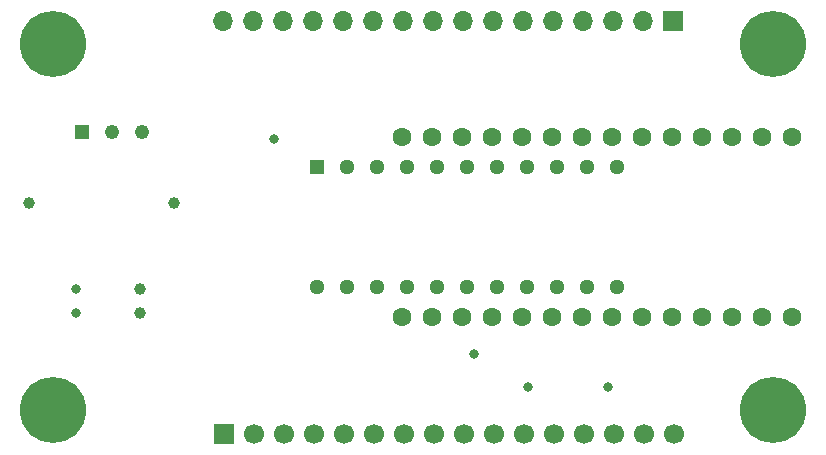
<source format=gbr>
%TF.GenerationSoftware,KiCad,Pcbnew,9.0.4-9.0.4-0~ubuntu24.04.1*%
%TF.CreationDate,2025-09-07T14:44:53-04:00*%
%TF.ProjectId,TCD1304Rev2,54434431-3330-4345-9265-76322e6b6963,rev?*%
%TF.SameCoordinates,PX7270e00PY7270e00*%
%TF.FileFunction,Soldermask,Bot*%
%TF.FilePolarity,Negative*%
%FSLAX46Y46*%
G04 Gerber Fmt 4.6, Leading zero omitted, Abs format (unit mm)*
G04 Created by KiCad (PCBNEW 9.0.4-9.0.4-0~ubuntu24.04.1) date 2025-09-07 14:44:53*
%MOMM*%
%LPD*%
G01*
G04 APERTURE LIST*
%ADD10C,1.700000*%
%ADD11R,1.700000X1.700000*%
%ADD12O,1.700000X1.700000*%
%ADD13C,1.290000*%
%ADD14R,1.290000X1.290000*%
%ADD15R,1.218000X1.218000*%
%ADD16C,1.218000*%
%ADD17C,1.600000*%
%ADD18C,5.600000*%
%ADD19C,0.800000*%
%ADD20C,1.000000*%
G04 APERTURE END LIST*
D10*
%TO.C,J3*%
X57070000Y2500000D03*
X54530000Y2500000D03*
X51990000Y2500000D03*
X49450000Y2500000D03*
X46910000Y2500000D03*
X44370000Y2500000D03*
X41830000Y2500000D03*
X39290000Y2500000D03*
X36750000Y2500000D03*
X34210000Y2500000D03*
X31670000Y2500000D03*
X29130000Y2500000D03*
X26590000Y2500000D03*
X24050000Y2500000D03*
X21510000Y2500000D03*
D11*
X18970000Y2500000D03*
%TD*%
D12*
%TO.C,J2*%
X18950000Y37500000D03*
X21490000Y37500000D03*
X24030000Y37500000D03*
X26570000Y37500000D03*
X29110000Y37500000D03*
X31650000Y37500000D03*
X34190000Y37500000D03*
X36730000Y37500000D03*
X39270000Y37500000D03*
X41810000Y37500000D03*
X44350000Y37500000D03*
X46890000Y37500000D03*
X49430000Y37500000D03*
X51970000Y37500000D03*
X54510000Y37500000D03*
D11*
X57050000Y37500000D03*
%TD*%
D13*
%TO.C,U1*%
X26870000Y14920000D03*
X29410000Y14920000D03*
X31950000Y14920000D03*
X34490000Y14920000D03*
X37030000Y14920000D03*
X39570000Y14920000D03*
X42110000Y14920000D03*
X44650000Y14920000D03*
X47190000Y14920000D03*
X49730000Y14920000D03*
X52270000Y14920000D03*
X52270000Y25080000D03*
X49730000Y25080000D03*
X47190000Y25080000D03*
X44650000Y25080000D03*
X42110000Y25080000D03*
X39570000Y25080000D03*
X37030000Y25080000D03*
X34490000Y25080000D03*
X31950000Y25080000D03*
X29410000Y25080000D03*
D14*
X26870000Y25080000D03*
%TD*%
D15*
%TO.C,RV1*%
X6960000Y28100000D03*
D16*
X9500000Y28100000D03*
X12040000Y28100000D03*
%TD*%
D17*
%TO.C,U3*%
X67080000Y27620000D03*
X64540000Y27620000D03*
X62000000Y27620000D03*
X59460000Y27620000D03*
X56920000Y27620000D03*
X54380000Y27620000D03*
X51840000Y27620000D03*
X49300000Y27620000D03*
X46760000Y27620000D03*
X44220000Y27620000D03*
X41680000Y27620000D03*
X39140000Y27620000D03*
X36600000Y27620000D03*
X34060000Y27620000D03*
X34060000Y12380000D03*
X36600000Y12380000D03*
X39140000Y12380000D03*
X41680000Y12380000D03*
X44220000Y12380000D03*
X46760000Y12380000D03*
X49300000Y12380000D03*
X51840000Y12380000D03*
X54380000Y12380000D03*
X56920000Y12380000D03*
X59460000Y12380000D03*
X62000000Y12380000D03*
X64540000Y12380000D03*
X67080000Y12380000D03*
%TD*%
D18*
%TO.C,REF\u002A\u002A*%
X65500000Y4500000D03*
%TD*%
%TO.C,REF\u002A\u002A*%
X65500000Y35500000D03*
%TD*%
%TO.C,REF\u002A\u002A*%
X4500000Y35500000D03*
%TD*%
%TO.C,REF\u002A\u002A*%
X4500000Y4500000D03*
%TD*%
D19*
X6500000Y12750000D03*
X6500000Y14750000D03*
X44750000Y6500000D03*
X51500000Y6500000D03*
X23250000Y27500000D03*
D20*
X2500000Y22100000D03*
X11875000Y12750000D03*
X14800000Y22100000D03*
X11875000Y14750000D03*
D19*
X40157500Y9250000D03*
M02*

</source>
